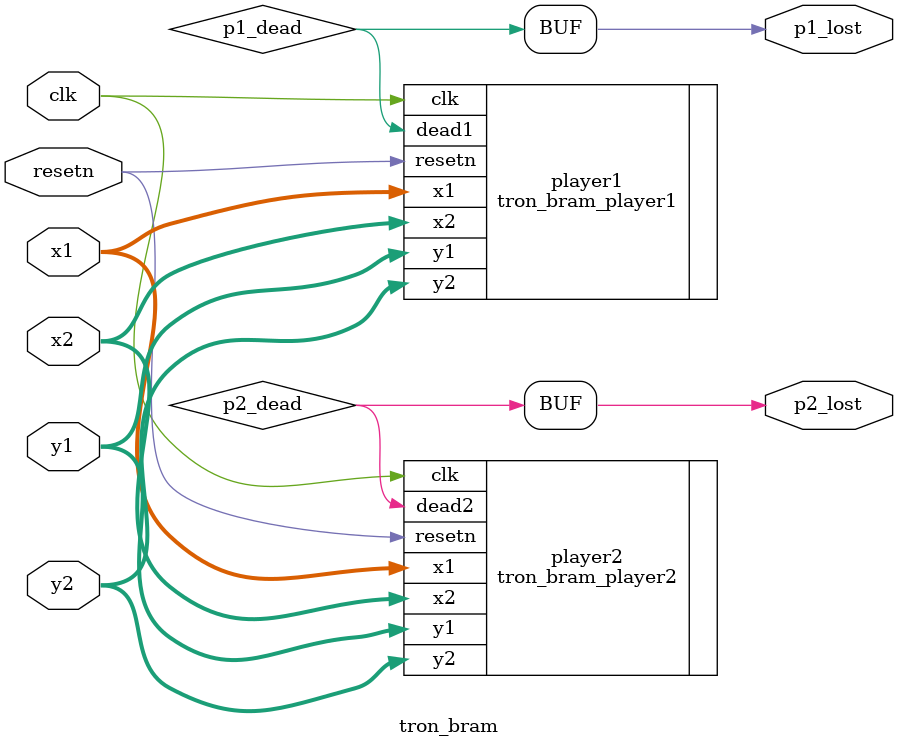
<source format=v>
module tron_bram (
    input clk,                     // Clock 50 MHz
    input resetn,                     // Reset global (ativo em 0)
    input [9:0] x1, y1,            // Coordenadas do Jogador 1
    input [9:0] x2, y2,            // Coordenadas do Jogador 2
    output wire p1_lost,           // Sinal de morte do Jogador 1
    output wire p2_lost            // Sinal de morte do Jogador 2
);
wire p1_dead, p2_dead;
    // Instâncias dos módulos dos jogadores
	 assign p1_lost = p1_dead;
	 assign p2_lost = p2_dead;
     tron_bram_player1 player1 (
        .clk(clk),
        .resetn(resetn),
        .x1(x1),
        .y1(y1),
        .x2(x2),
        .y2(y2),
        .dead1(p1_dead)
    );

     tron_bram_player2 player2 (
        .clk(clk),
        .resetn(resetn),
        .x1(x1),
        .y1(y1),
        .x2(x2),
        .y2(y2),
        .dead2(p2_dead)
    );

endmodule
</source>
